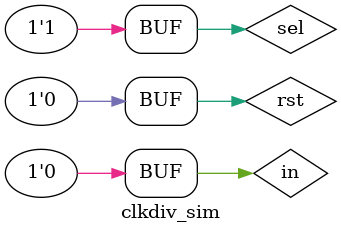
<source format=v>
`timescale 1ns / 1ps


module clkdiv_sim;

	// Inputs
	reg in;
	reg sel;
	reg rst;

	// Outputs
	wire out;

	// Instantiate the Unit Under Test (UUT)
	clkdiv uut (
		.in(in), 
		.sel(sel), 
		.rst(rst), 
		.out(out)
	);

	initial begin
		// Initialize Inputs
		in = 0;
		sel = 0;
		rst = 1;

		// Wait 100 ns for global reset to finish
		#5
      in = 1;
		sel = 1;
		rst = 0;
		#5
		in = 0;
		sel = 1;
		rst = 0;
		#5;
		// Add stimulus here

	end
      
endmodule


</source>
